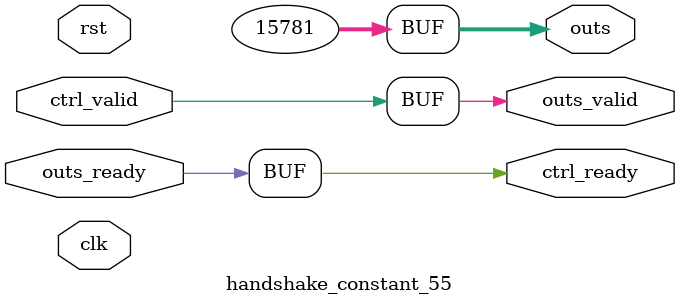
<source format=v>
`timescale 1ns / 1ps
module handshake_constant_55 #(
  parameter DATA_WIDTH = 32  // Default set to 32 bits
) (
  input                       clk,
  input                       rst,
  // Input Channel
  input                       ctrl_valid,
  output                      ctrl_ready,
  // Output Channel
  output [DATA_WIDTH - 1 : 0] outs,
  output                      outs_valid,
  input                       outs_ready
);
  assign outs       = 14'b11110110100101;
  assign outs_valid = ctrl_valid;
  assign ctrl_ready = outs_ready;

endmodule

</source>
